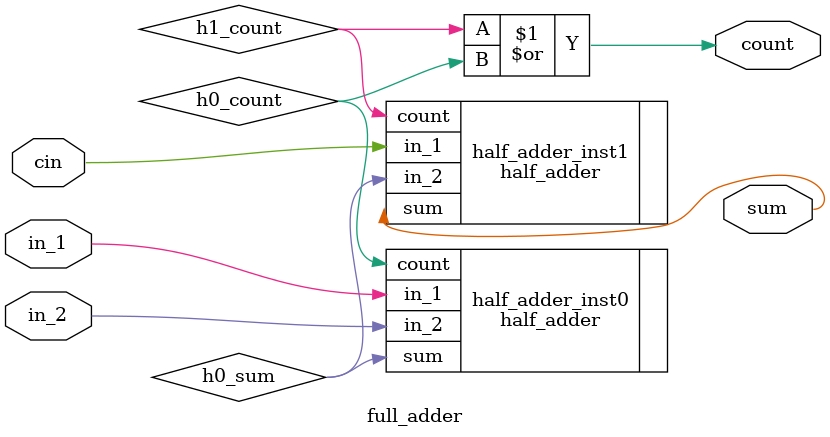
<source format=v>
`timescale  1ns/1ns
module full_adder
(
    input   wire    in_1,
    input   wire    in_2,
    input   wire    cin,
    output  wire    sum,
    output  wire    count
);
wire    h0_count;
wire    h1_count;
wire    h0_sum;
half_adder  half_adder_inst0
(
    .in_1(in_1),
    .in_2(in_2),
    
    .sum(h0_sum),
    .count(h0_count)
);
half_adder  half_adder_inst1
(
    .in_1(cin),
    .in_2(h0_sum),
    
    .sum(sum),
    .count(h1_count)
);
assign  count = h1_count|h0_count;
endmodule
</source>
